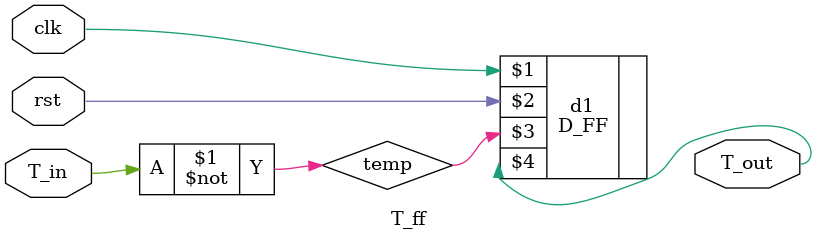
<source format=v>
`timescale 1ns / 1ps
module T_ff(clk,rst,T_in,T_out);

input clk,rst;
input T_in;
output T_out;
wire temp;
assign temp=~T_in;
D_FF d1(clk,rst,temp,T_out);

endmodule

</source>
